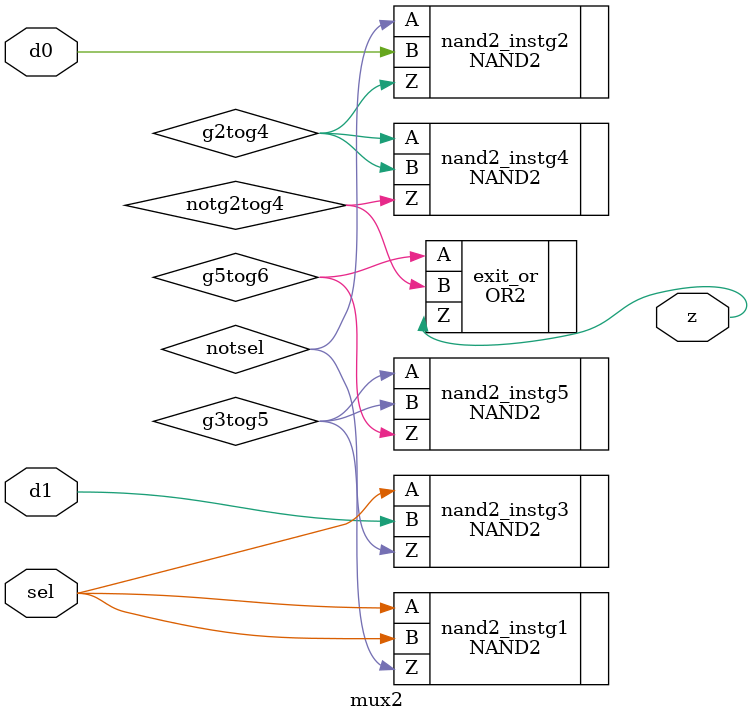
<source format=sv>
module mux2 (
    input logic d0,          // Data input 0
    input logic d1,          // Data input 1
    input logic sel,         // Select input
    output logic z     // Output
  
    
);

    logic notsel, g2tog4, notg2tog4, g3tog5, g5tog6;
    
// Put your code here
// ------------------

  
    // Gate instantiations
    // For this gate we override the default delays with: Tpdlh=10 and Tpdhl=7
    NAND2 #(
        .Tpdlh(10),
        .Tpdhl(10)
    ) nand2_instg1 (
        .Z(notsel),
        .A(sel),
        .B(sel)
    );
    
     NAND2 #(
        .Tpdlh(10),
        .Tpdhl(10)
    ) nand2_instg2 (
        .Z(g2tog4),
        .A(notsel),
        .B(d0)
    );
    
     NAND2 #(
        .Tpdlh(10),
        .Tpdhl(10)
    ) nand2_instg4 (
        .Z(notg2tog4),
        .A(g2tog4),
        .B(g2tog4)
    );
    
  
    NAND2 #(
        .Tpdlh(10),
        .Tpdhl(10)
    ) nand2_instg3 (
        .Z(g3tog5),
        .A(sel),
        .B(d1)
    );
    
     NAND2 #(
        .Tpdlh(10),
        .Tpdhl(10)
    ) nand2_instg5 (
        .Z(g5tog6),
        .A(g3tog5),
        .B(g3tog5)
    );
    
      OR2 #(
        .Tpdlh(7),
        .Tpdhl(7)
    ) exit_or (
        .Z(z),
        .A(g5tog6),
        .B(notg2tog4)
    );
  
  
  
// End of your code

endmodule

</source>
